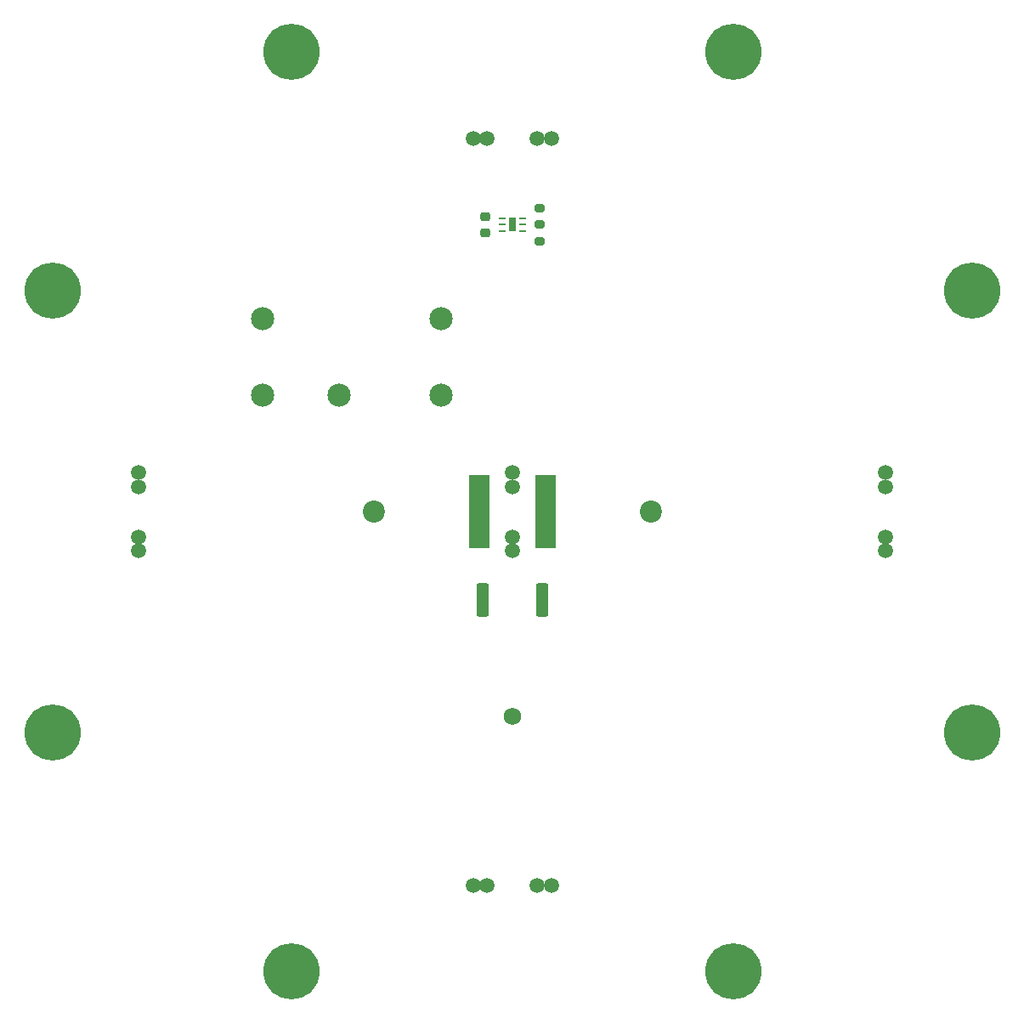
<source format=gbr>
%TF.GenerationSoftware,KiCad,Pcbnew,9.0.1*%
%TF.CreationDate,2025-06-25T17:25:53-04:00*%
%TF.ProjectId,-Z,2d5a2e6b-6963-4616-945f-706362585858,rev?*%
%TF.SameCoordinates,Original*%
%TF.FileFunction,Soldermask,Top*%
%TF.FilePolarity,Negative*%
%FSLAX46Y46*%
G04 Gerber Fmt 4.6, Leading zero omitted, Abs format (unit mm)*
G04 Created by KiCad (PCBNEW 9.0.1) date 2025-06-25 17:25:53*
%MOMM*%
%LPD*%
G01*
G04 APERTURE LIST*
G04 Aperture macros list*
%AMRoundRect*
0 Rectangle with rounded corners*
0 $1 Rounding radius*
0 $2 $3 $4 $5 $6 $7 $8 $9 X,Y pos of 4 corners*
0 Add a 4 corners polygon primitive as box body*
4,1,4,$2,$3,$4,$5,$6,$7,$8,$9,$2,$3,0*
0 Add four circle primitives for the rounded corners*
1,1,$1+$1,$2,$3*
1,1,$1+$1,$4,$5*
1,1,$1+$1,$6,$7*
1,1,$1+$1,$8,$9*
0 Add four rect primitives between the rounded corners*
20,1,$1+$1,$2,$3,$4,$5,0*
20,1,$1+$1,$4,$5,$6,$7,0*
20,1,$1+$1,$6,$7,$8,$9,0*
20,1,$1+$1,$8,$9,$2,$3,0*%
G04 Aperture macros list end*
%ADD10C,0.762000*%
%ADD11C,3.800000*%
%ADD12C,5.600000*%
%ADD13C,2.200000*%
%ADD14R,2.000000X7.400000*%
%ADD15RoundRect,0.200000X0.275000X-0.200000X0.275000X0.200000X-0.275000X0.200000X-0.275000X-0.200000X0*%
%ADD16C,1.500000*%
%ADD17R,0.660400X0.254000*%
%ADD18R,0.762000X1.447800*%
%ADD19C,1.727200*%
%ADD20RoundRect,0.225000X-0.250000X0.225000X-0.250000X-0.225000X0.250000X-0.225000X0.250000X0.225000X0*%
%ADD21RoundRect,0.250000X-0.362500X-1.425000X0.362500X-1.425000X0.362500X1.425000X-0.362500X1.425000X0*%
%ADD22C,2.304000*%
G04 APERTURE END LIST*
D10*
%TO.C,H2*%
X144200001Y-145800000D03*
X143555751Y-147355750D03*
X143555751Y-144244250D03*
X142000001Y-148000000D03*
D11*
X142000001Y-145800000D03*
D12*
X142000001Y-145800000D03*
D10*
X142000001Y-143600000D03*
X140444251Y-147355750D03*
X140444251Y-144244250D03*
X139800001Y-145800000D03*
%TD*%
D13*
%TO.C,AE2*%
X150200000Y-99999999D03*
D14*
X160700000Y-99999999D03*
%TD*%
D13*
%TO.C,AE1*%
X177800000Y-100000000D03*
D14*
X167300000Y-100000000D03*
%TD*%
D15*
%TO.C,R1*%
X166692401Y-71399600D03*
X166692401Y-69749600D03*
%TD*%
%TO.C,R2*%
X166692400Y-73050600D03*
X166692400Y-71400600D03*
%TD*%
D16*
%TO.C,JP5*%
X164000001Y-96100000D03*
X164000001Y-97499999D03*
X164000001Y-102499999D03*
X164000001Y-103899998D03*
%TD*%
D10*
%TO.C,H8*%
X212000000Y-121999999D03*
X211355750Y-123555749D03*
X211355750Y-120444249D03*
X209800000Y-124199999D03*
D11*
X209800000Y-121999999D03*
D12*
X209800000Y-121999999D03*
D10*
X209800000Y-119799999D03*
X208244250Y-123555749D03*
X208244250Y-120444249D03*
X207600000Y-121999999D03*
%TD*%
%TO.C,H5*%
X144200001Y-54200000D03*
X143555751Y-55755750D03*
X143555751Y-52644250D03*
X142000001Y-56400000D03*
D11*
X142000001Y-54200000D03*
D12*
X142000001Y-54200000D03*
D10*
X142000001Y-52000000D03*
X140444251Y-55755750D03*
X140444251Y-52644250D03*
X139800001Y-54200000D03*
%TD*%
D17*
%TO.C,U1*%
X162971301Y-70749601D03*
X162971301Y-71399600D03*
X162971301Y-72049599D03*
X165028701Y-72049599D03*
X165028701Y-71399600D03*
X165028701Y-70749601D03*
D18*
X164000001Y-71399600D03*
%TD*%
D10*
%TO.C,H7*%
X212000000Y-78000000D03*
X211355750Y-79555750D03*
X211355750Y-76444250D03*
X209800000Y-80200000D03*
D11*
X209800000Y-78000000D03*
D12*
X209800000Y-78000000D03*
D10*
X209800000Y-75800000D03*
X208244250Y-79555750D03*
X208244250Y-76444250D03*
X207600000Y-78000000D03*
%TD*%
D19*
%TO.C,AE3*%
X164000000Y-120400000D03*
%TD*%
D20*
%TO.C,C1*%
X161307600Y-70624599D03*
X161307600Y-72174599D03*
%TD*%
D16*
%TO.C,JP1*%
X167900000Y-62789000D03*
X166500001Y-62789000D03*
X161500001Y-62789000D03*
X160100002Y-62789000D03*
%TD*%
D10*
%TO.C,H4*%
X120400001Y-78000000D03*
X119755751Y-79555750D03*
X119755751Y-76444250D03*
X118200001Y-80200000D03*
D11*
X118200001Y-78000000D03*
D12*
X118200001Y-78000000D03*
D10*
X118200001Y-75800000D03*
X116644251Y-79555750D03*
X116644251Y-76444250D03*
X116000001Y-78000000D03*
%TD*%
D21*
%TO.C,R36*%
X161037501Y-108788400D03*
X166962501Y-108788400D03*
%TD*%
D10*
%TO.C,H3*%
X120400001Y-121999999D03*
X119755751Y-123555749D03*
X119755751Y-120444249D03*
X118200001Y-124199999D03*
D11*
X118200001Y-121999999D03*
D12*
X118200001Y-121999999D03*
D10*
X118200001Y-119799999D03*
X116644251Y-123555749D03*
X116644251Y-120444249D03*
X116000001Y-121999999D03*
%TD*%
D16*
%TO.C,JP4*%
X126789000Y-103899999D03*
X126789000Y-102500000D03*
X126789000Y-97500000D03*
X126789000Y-96100001D03*
%TD*%
D10*
%TO.C,H1*%
X188200000Y-145800000D03*
X187555750Y-147355750D03*
X187555750Y-144244250D03*
X186000000Y-148000000D03*
D11*
X186000000Y-145800000D03*
D12*
X186000000Y-145800000D03*
D10*
X186000000Y-143600000D03*
X184444250Y-147355750D03*
X184444250Y-144244250D03*
X183800000Y-145800000D03*
%TD*%
%TO.C,H6*%
X188200000Y-54200000D03*
X187555750Y-55755750D03*
X187555750Y-52644250D03*
X186000000Y-56400000D03*
D11*
X186000000Y-54200000D03*
D12*
X186000000Y-54200000D03*
D10*
X186000000Y-52000000D03*
X184444250Y-55755750D03*
X184444250Y-52644250D03*
X183800000Y-54200000D03*
%TD*%
D22*
%TO.C,U2*%
X146793600Y-88417600D03*
X139173600Y-80797600D03*
X139173600Y-88417600D03*
X156953600Y-88417600D03*
X156953600Y-80797600D03*
%TD*%
D16*
%TO.C,JP3*%
X201211001Y-97500000D03*
X201211001Y-96100001D03*
X201211001Y-103899999D03*
X201211001Y-102500000D03*
%TD*%
%TO.C,JP2*%
X161500001Y-137211000D03*
X160100002Y-137211000D03*
X167900000Y-137211000D03*
X166500001Y-137211000D03*
%TD*%
M02*

</source>
